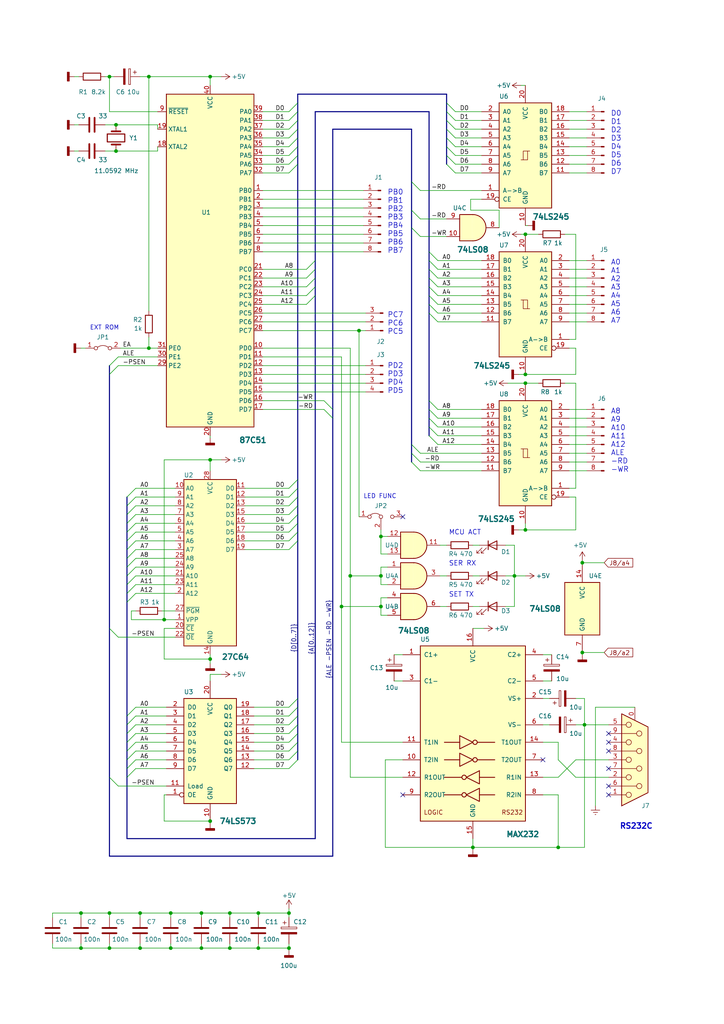
<source format=kicad_sch>
(kicad_sch (version 20211123) (generator eeschema)
  (paper "A4" portrait)
  (title_block (title "Control and communication card") (date "2026-02-16") (rev "1.0") (company "Pozsar Zsolt") (comment 1 "PEIX External interface box"))
  (junction (at 110.49 167.005))
  (junction (at 47.625 179.705))
  (junction (at 43.18 100.965))
  (junction (at 40.64 274.955))
  (junction (at 104.14 95.885))
  (junction (at 33.655 43.815))
  (junction (at 60.96 191.135))
  (junction (at 23.495 274.955))
  (junction (at 40.64 264.795))
  (junction (at 169.545 210.185))
  (junction (at 137.16 245.745))
  (junction (at 31.75 274.955))
  (junction (at 83.82 264.795))
  (junction (at 168.91 189.23))
  (junction (at 152.4 111.125))
  (junction (at 152.4 108.585))
  (junction (at 60.96 133.35))
  (junction (at 168.91 163.195))
  (junction (at 152.4 67.945))
  (junction (at 33.655 36.195))
  (junction (at 60.96 238.125))
  (junction (at 66.675 264.795))
  (junction (at 49.53 264.795))
  (junction (at 58.42 264.795))
  (junction (at 74.93 264.795))
  (junction (at 43.18 22.225))
  (junction (at 23.495 264.795))
  (junction (at 60.96 22.225))
  (junction (at 149.225 167.005))
  (junction (at 110.49 155.575))
  (junction (at 110.49 175.895))
  (junction (at 74.93 274.955))
  (junction (at 58.42 274.955))
  (junction (at 31.75 264.795))
  (junction (at 152.4 153.67))
  (junction (at 31.75 22.225))
  (junction (at 101.6 167.005))
  (junction (at 83.82 274.955))
  (junction (at 49.53 274.955))
  (junction (at 161.925 245.745))
  (junction (at 99.06 175.895))
  (junction (at 66.675 274.955))
  (no_connect (at 157.48 220.345))
  (no_connect (at 176.53 212.725))
  (no_connect (at 176.53 227.965))
  (no_connect (at 176.53 215.265))
  (no_connect (at 116.84 149.86))
  (no_connect (at 176.53 217.805))
  (no_connect (at 176.53 222.885))
  (no_connect (at 116.84 230.505))
  (no_connect (at 176.53 230.505))
  (bus_entry (at 36.83 212.725) (size 2.54 -2.54))
  (bus_entry (at 36.83 156.845) (size 2.54 -2.54))
  (bus_entry (at 129.54 29.845) (size 2.54 2.54))
  (bus_entry (at 36.83 154.305) (size 2.54 -2.54))
  (bus_entry (at 91.44 85.725) (size -2.54 2.54))
  (bus_entry (at 129.54 45.085) (size 2.54 2.54))
  (bus_entry (at 36.83 220.345) (size 2.54 -2.54))
  (bus_entry (at 91.44 80.645) (size -2.54 2.54))
  (bus_entry (at 121.92 133.985) (size -2.54 -2.54))
  (bus_entry (at 121.92 136.525) (size -2.54 -2.54))
  (bus_entry (at 129.54 34.925) (size 2.54 2.54))
  (bus_entry (at 36.83 151.765) (size 2.54 -2.54))
  (bus_entry (at 124.46 118.745) (size 2.54 2.54))
  (bus_entry (at 129.54 37.465) (size 2.54 2.54))
  (bus_entry (at 124.46 85.725) (size 2.54 2.54))
  (bus_entry (at 36.83 222.885) (size 2.54 -2.54))
  (bus_entry (at 83.82 146.685) (size 2.54 -2.54))
  (bus_entry (at 83.82 222.885) (size 2.54 -2.54))
  (bus_entry (at 91.44 83.185) (size -2.54 2.54))
  (bus_entry (at 124.46 78.105) (size 2.54 2.54))
  (bus_entry (at 121.92 131.445) (size -2.54 -2.54))
  (bus_entry (at 86.36 37.465) (size -2.54 2.54))
  (bus_entry (at 83.82 207.645) (size 2.54 -2.54))
  (bus_entry (at 83.82 220.345) (size 2.54 -2.54))
  (bus_entry (at 86.36 34.925) (size -2.54 2.54))
  (bus_entry (at 86.36 45.085) (size -2.54 2.54))
  (bus_entry (at 91.44 75.565) (size -2.54 2.54))
  (bus_entry (at 124.46 83.185) (size 2.54 2.54))
  (bus_entry (at 83.82 144.145) (size 2.54 -2.54))
  (bus_entry (at 119.38 52.705) (size 2.54 2.54))
  (bus_entry (at 129.54 32.385) (size 2.54 2.54))
  (bus_entry (at 124.46 123.825) (size 2.54 2.54))
  (bus_entry (at 86.36 42.545) (size -2.54 2.54))
  (bus_entry (at 124.46 80.645) (size 2.54 2.54))
  (bus_entry (at 36.83 210.185) (size 2.54 -2.54))
  (bus_entry (at 36.83 144.145) (size 2.54 -2.54))
  (bus_entry (at 83.82 159.385) (size 2.54 -2.54))
  (bus_entry (at 83.82 151.765) (size 2.54 -2.54))
  (bus_entry (at 124.46 90.805) (size 2.54 2.54))
  (bus_entry (at 86.36 47.625) (size -2.54 2.54))
  (bus_entry (at 124.46 126.365) (size 2.54 2.54))
  (bus_entry (at 124.46 88.265) (size 2.54 2.54))
  (bus_entry (at 129.54 42.545) (size 2.54 2.54))
  (bus_entry (at 124.46 73.025) (size 2.54 2.54))
  (bus_entry (at 119.38 60.96) (size 2.54 2.54))
  (bus_entry (at 129.54 40.005) (size 2.54 2.54))
  (bus_entry (at 86.36 29.845) (size -2.54 2.54))
  (bus_entry (at 83.82 210.185) (size 2.54 -2.54))
  (bus_entry (at 34.29 227.965) (size -2.54 -2.54))
  (bus_entry (at 36.83 169.545) (size 2.54 -2.54))
  (bus_entry (at 93.98 118.745) (size 2.54 2.54))
  (bus_entry (at 91.44 78.105) (size -2.54 2.54))
  (bus_entry (at 36.83 149.225) (size 2.54 -2.54))
  (bus_entry (at 83.82 215.265) (size 2.54 -2.54))
  (bus_entry (at 83.82 154.305) (size 2.54 -2.54))
  (bus_entry (at 36.83 172.085) (size 2.54 -2.54))
  (bus_entry (at 83.82 212.725) (size 2.54 -2.54))
  (bus_entry (at 34.29 106.045) (size -2.54 2.54))
  (bus_entry (at 36.83 174.625) (size 2.54 -2.54))
  (bus_entry (at 83.82 205.105) (size 2.54 -2.54))
  (bus_entry (at 36.83 215.265) (size 2.54 -2.54))
  (bus_entry (at 86.36 40.005) (size -2.54 2.54))
  (bus_entry (at 124.46 116.205) (size 2.54 2.54))
  (bus_entry (at 129.54 47.625) (size 2.54 2.54))
  (bus_entry (at 34.29 184.785) (size -2.54 -2.54))
  (bus_entry (at 36.83 225.425) (size 2.54 -2.54))
  (bus_entry (at 36.83 159.385) (size 2.54 -2.54))
  (bus_entry (at 36.83 207.645) (size 2.54 -2.54))
  (bus_entry (at 119.38 66.04) (size 2.54 2.54))
  (bus_entry (at 83.82 149.225) (size 2.54 -2.54))
  (bus_entry (at 36.83 146.685) (size 2.54 -2.54))
  (bus_entry (at 83.82 156.845) (size 2.54 -2.54))
  (bus_entry (at 124.46 75.565) (size 2.54 2.54))
  (bus_entry (at 36.83 167.005) (size 2.54 -2.54))
  (bus_entry (at 36.83 161.925) (size 2.54 -2.54))
  (bus_entry (at 86.36 32.385) (size -2.54 2.54))
  (bus_entry (at 34.29 103.505) (size -2.54 2.54))
  (bus_entry (at 36.83 164.465) (size 2.54 -2.54))
  (bus_entry (at 124.46 121.285) (size 2.54 2.54))
  (bus_entry (at 93.98 116.205) (size 2.54 2.54))
  (bus_entry (at 83.82 141.605) (size 2.54 -2.54))
  (bus_entry (at 36.83 217.805) (size 2.54 -2.54))
  (bus_entry (at 83.82 217.805) (size 2.54 -2.54))
  (bus (pts (xy 86.36 144.145) (xy 86.36 146.685)))
  (wire (pts (xy 165.1 90.805) (xy 170.18 90.805)))
  (wire (pts (xy 149.225 158.115) (xy 149.225 167.005)))
  (wire (pts (xy 165.1 136.525) (xy 170.18 136.525)))
  (wire (pts (xy 167.005 153.67) (xy 152.4 153.67)))
  (wire (pts (xy 76.2 113.665) (xy 106.045 113.665)))
  (wire (pts (xy 23.495 274.955) (xy 31.75 274.955)))
  (bus (pts (xy 124.46 118.745) (xy 124.46 121.285)))
  (wire (pts (xy 31.75 22.225) (xy 33.02 22.225)))
  (wire (pts (xy 139.7 93.345) (xy 127 93.345)))
  (wire (pts (xy 139.7 50.165) (xy 132.08 50.165)))
  (wire (pts (xy 157.48 197.485) (xy 160.02 197.485)))
  (wire (pts (xy 45.72 32.385) (xy 31.75 32.385)))
  (wire (pts (xy 71.12 141.605) (xy 83.82 141.605)))
  (wire (pts (xy 76.2 42.545) (xy 83.82 42.545)))
  (wire (pts (xy 60.96 22.225) (xy 60.96 24.765)))
  (bus (pts (xy 124.46 78.105) (xy 124.46 80.645)))
  (wire (pts (xy 139.7 90.805) (xy 127 90.805)))
  (wire (pts (xy 74.93 273.685) (xy 74.93 274.955)))
  (wire (pts (xy 76.2 85.725) (xy 88.9 85.725)))
  (wire (pts (xy 99.06 103.505) (xy 99.06 175.895)))
  (wire (pts (xy 48.26 212.725) (xy 39.37 212.725)))
  (wire (pts (xy 34.925 100.965) (xy 43.18 100.965)))
  (wire (pts (xy 110.49 153.67) (xy 110.49 155.575)))
  (wire (pts (xy 157.48 230.505) (xy 161.925 230.505)))
  (wire (pts (xy 137.16 245.745) (xy 111.76 245.745)))
  (wire (pts (xy 110.49 164.465) (xy 112.395 164.465)))
  (wire (pts (xy 121.92 131.445) (xy 139.7 131.445)))
  (wire (pts (xy 152.4 167.005) (xy 149.225 167.005)))
  (bus (pts (xy 86.36 149.225) (xy 86.36 151.765)))
  (bus (pts (xy 36.83 172.085) (xy 36.83 169.545)))
  (bus (pts (xy 86.36 139.065) (xy 86.36 141.605)))
  (wire (pts (xy 76.2 50.165) (xy 83.82 50.165)))
  (wire (pts (xy 111.76 245.745) (xy 111.76 220.345)))
  (wire (pts (xy 23.495 273.685) (xy 23.495 274.955)))
  (wire (pts (xy 112.395 178.435) (xy 110.49 178.435)))
  (wire (pts (xy 161.925 225.425) (xy 157.48 225.425)))
  (wire (pts (xy 157.48 215.265) (xy 161.925 215.265)))
  (wire (pts (xy 43.18 97.79) (xy 43.18 100.965)))
  (wire (pts (xy 48.26 220.345) (xy 39.37 220.345)))
  (wire (pts (xy 50.8 159.385) (xy 39.37 159.385)))
  (wire (pts (xy 76.2 111.125) (xy 106.045 111.125)))
  (wire (pts (xy 140.335 182.245) (xy 137.16 182.245)))
  (wire (pts (xy 101.6 167.005) (xy 101.6 100.965)))
  (wire (pts (xy 76.2 65.405) (xy 105.41 65.405)))
  (wire (pts (xy 21.59 22.225) (xy 22.86 22.225)))
  (wire (pts (xy 139.7 78.105) (xy 127 78.105)))
  (wire (pts (xy 76.2 47.625) (xy 83.82 47.625)))
  (bus (pts (xy 91.44 80.645) (xy 91.44 83.185)))
  (wire (pts (xy 110.49 169.545) (xy 110.49 167.005)))
  (wire (pts (xy 15.24 273.685) (xy 15.24 274.955)))
  (wire (pts (xy 139.7 37.465) (xy 132.08 37.465)))
  (bus (pts (xy 86.36 146.685) (xy 86.36 149.225)))
  (wire (pts (xy 49.53 273.685) (xy 49.53 274.955)))
  (wire (pts (xy 137.16 245.745) (xy 137.16 246.38)))
  (bus (pts (xy 129.54 32.385) (xy 129.54 34.925)))
  (wire (pts (xy 73.66 222.885) (xy 83.82 222.885)))
  (wire (pts (xy 104.14 95.885) (xy 104.14 149.86)))
  (wire (pts (xy 76.2 90.805) (xy 106.045 90.805)))
  (wire (pts (xy 121.92 68.58) (xy 129.54 68.58)))
  (bus (pts (xy 31.75 108.585) (xy 31.75 182.245)))
  (wire (pts (xy 76.2 45.085) (xy 83.82 45.085)))
  (bus (pts (xy 36.83 146.685) (xy 36.83 144.145)))
  (wire (pts (xy 50.8 151.765) (xy 39.37 151.765)))
  (bus (pts (xy 129.54 29.845) (xy 129.54 32.385)))
  (wire (pts (xy 165.1 85.725) (xy 170.18 85.725)))
  (wire (pts (xy 147.32 111.125) (xy 152.4 111.125)))
  (wire (pts (xy 151.13 24.765) (xy 152.4 24.765)))
  (bus (pts (xy 124.46 121.285) (xy 124.46 123.825)))
  (wire (pts (xy 47.625 179.705) (xy 47.625 133.35)))
  (wire (pts (xy 60.96 126.365) (xy 60.96 127)))
  (bus (pts (xy 36.83 159.385) (xy 36.83 156.845)))
  (bus (pts (xy 124.46 75.565) (xy 124.46 78.105)))
  (wire (pts (xy 76.2 67.945) (xy 105.41 67.945)))
  (wire (pts (xy 49.53 264.795) (xy 49.53 266.065)))
  (wire (pts (xy 31.75 273.685) (xy 31.75 274.955)))
  (wire (pts (xy 165.1 42.545) (xy 170.18 42.545)))
  (wire (pts (xy 110.49 155.575) (xy 112.395 155.575)))
  (wire (pts (xy 168.91 163.195) (xy 175.26 163.195)))
  (wire (pts (xy 152.4 153.67) (xy 150.495 153.67)))
  (wire (pts (xy 165.1 121.285) (xy 170.18 121.285)))
  (wire (pts (xy 66.675 264.795) (xy 66.675 266.065)))
  (wire (pts (xy 74.93 264.795) (xy 74.93 266.065)))
  (wire (pts (xy 176.53 220.345) (xy 167.005 220.345)))
  (bus (pts (xy 86.36 154.305) (xy 86.36 156.845)))
  (bus (pts (xy 36.83 225.425) (xy 36.83 243.205)))
  (wire (pts (xy 33.655 43.815) (xy 30.48 43.815)))
  (bus (pts (xy 86.36 156.845) (xy 86.36 202.565)))
  (wire (pts (xy 50.8 184.785) (xy 34.29 184.785)))
  (wire (pts (xy 152.4 65.405) (xy 153.035 65.405)))
  (wire (pts (xy 149.225 167.005) (xy 149.225 175.895)))
  (wire (pts (xy 165.1 118.745) (xy 170.18 118.745)))
  (wire (pts (xy 165.1 78.105) (xy 170.18 78.105)))
  (wire (pts (xy 30.48 36.195) (xy 33.655 36.195)))
  (bus (pts (xy 124.46 83.185) (xy 124.46 85.725)))
  (wire (pts (xy 47.625 133.35) (xy 60.96 133.35)))
  (wire (pts (xy 167.005 220.345) (xy 161.925 225.425)))
  (wire (pts (xy 139.7 80.645) (xy 127 80.645)))
  (wire (pts (xy 144.78 66.04) (xy 144.78 60.96)))
  (wire (pts (xy 83.82 264.795) (xy 74.93 264.795)))
  (wire (pts (xy 139.7 88.265) (xy 127 88.265)))
  (wire (pts (xy 76.2 34.925) (xy 83.82 34.925)))
  (wire (pts (xy 71.12 151.765) (xy 83.82 151.765)))
  (bus (pts (xy 31.75 182.245) (xy 31.75 225.425)))
  (bus (pts (xy 86.36 40.005) (xy 86.36 42.545)))
  (bus (pts (xy 36.83 210.185) (xy 36.83 207.645)))
  (bus (pts (xy 86.36 202.565) (xy 86.36 205.105)))
  (wire (pts (xy 71.12 154.305) (xy 83.82 154.305)))
  (bus (pts (xy 129.54 27.305) (xy 129.54 29.845)))
  (bus (pts (xy 124.46 80.645) (xy 124.46 83.185)))
  (wire (pts (xy 110.49 173.355) (xy 112.395 173.355)))
  (wire (pts (xy 40.64 264.795) (xy 31.75 264.795)))
  (wire (pts (xy 139.7 42.545) (xy 132.08 42.545)))
  (wire (pts (xy 76.2 78.105) (xy 88.9 78.105)))
  (bus (pts (xy 129.54 40.005) (xy 129.54 42.545)))
  (bus (pts (xy 36.83 169.545) (xy 36.83 167.005)))
  (wire (pts (xy 139.7 121.285) (xy 127 121.285)))
  (bus (pts (xy 96.52 248.285) (xy 31.75 248.285)))
  (bus (pts (xy 119.38 128.905) (xy 119.38 131.445)))
  (wire (pts (xy 165.1 50.165) (xy 170.18 50.165)))
  (wire (pts (xy 144.78 60.96) (xy 136.525 60.96)))
  (wire (pts (xy 50.8 149.225) (xy 39.37 149.225)))
  (wire (pts (xy 161.925 215.265) (xy 161.925 220.345)))
  (wire (pts (xy 66.675 273.685) (xy 66.675 274.955)))
  (wire (pts (xy 139.7 40.005) (xy 132.08 40.005)))
  (wire (pts (xy 157.48 202.565) (xy 159.385 202.565)))
  (wire (pts (xy 169.545 210.185) (xy 169.545 245.745)))
  (wire (pts (xy 172.72 205.105) (xy 184.15 205.105)))
  (wire (pts (xy 101.6 225.425) (xy 101.6 167.005)))
  (wire (pts (xy 139.7 34.925) (xy 132.08 34.925)))
  (wire (pts (xy 110.49 167.005) (xy 110.49 164.465)))
  (wire (pts (xy 76.2 60.325) (xy 105.41 60.325)))
  (wire (pts (xy 21.59 43.815) (xy 22.86 43.815)))
  (wire (pts (xy 136.525 57.785) (xy 136.525 60.96)))
  (wire (pts (xy 137.16 158.115) (xy 139.065 158.115)))
  (wire (pts (xy 83.82 264.795) (xy 83.82 266.065)))
  (wire (pts (xy 167.005 225.425) (xy 176.53 225.425)))
  (wire (pts (xy 50.8 172.085) (xy 39.37 172.085)))
  (wire (pts (xy 161.925 230.505) (xy 161.925 245.745)))
  (wire (pts (xy 168.91 189.23) (xy 175.26 189.23)))
  (wire (pts (xy 76.2 80.645) (xy 88.9 80.645)))
  (bus (pts (xy 36.83 217.805) (xy 36.83 215.265)))
  (bus (pts (xy 36.83 161.925) (xy 36.83 159.385)))
  (wire (pts (xy 60.96 238.125) (xy 47.625 238.125)))
  (wire (pts (xy 99.06 215.265) (xy 116.84 215.265)))
  (wire (pts (xy 167.005 100.965) (xy 165.1 100.965)))
  (bus (pts (xy 36.83 212.725) (xy 36.83 215.265)))
  (wire (pts (xy 76.2 62.865) (xy 105.41 62.865)))
  (wire (pts (xy 116.84 225.425) (xy 101.6 225.425)))
  (wire (pts (xy 49.53 274.955) (xy 58.42 274.955)))
  (wire (pts (xy 73.66 215.265) (xy 83.82 215.265)))
  (wire (pts (xy 45.72 106.045) (xy 34.29 106.045)))
  (bus (pts (xy 86.36 29.845) (xy 86.36 32.385)))
  (wire (pts (xy 139.7 75.565) (xy 127 75.565)))
  (bus (pts (xy 124.46 73.025) (xy 124.46 32.385)))
  (wire (pts (xy 167.005 67.945) (xy 167.005 98.425)))
  (wire (pts (xy 45.72 43.815) (xy 33.655 43.815)))
  (wire (pts (xy 165.1 83.185) (xy 170.18 83.185)))
  (wire (pts (xy 168.91 163.195) (xy 168.91 163.83)))
  (wire (pts (xy 60.96 238.125) (xy 60.96 238.76)))
  (wire (pts (xy 15.24 264.795) (xy 23.495 264.795)))
  (bus (pts (xy 119.38 131.445) (xy 119.38 133.985)))
  (wire (pts (xy 40.64 273.685) (xy 40.64 274.955)))
  (wire (pts (xy 47.625 191.135) (xy 47.625 182.245)))
  (wire (pts (xy 60.96 133.35) (xy 64.135 133.35)))
  (wire (pts (xy 139.7 118.745) (xy 127 118.745)))
  (wire (pts (xy 165.1 32.385) (xy 170.18 32.385)))
  (bus (pts (xy 91.44 75.565) (xy 91.44 78.105)))
  (wire (pts (xy 74.93 264.795) (xy 66.675 264.795)))
  (wire (pts (xy 114.3 189.865) (xy 116.84 189.865)))
  (wire (pts (xy 46.99 177.165) (xy 50.8 177.165)))
  (wire (pts (xy 71.12 146.685) (xy 83.82 146.685)))
  (wire (pts (xy 48.26 210.185) (xy 39.37 210.185)))
  (wire (pts (xy 43.18 100.965) (xy 45.72 100.965)))
  (bus (pts (xy 36.83 151.765) (xy 36.83 149.225)))
  (bus (pts (xy 129.54 37.465) (xy 129.54 40.005)))
  (bus (pts (xy 86.36 47.625) (xy 86.36 139.065)))
  (wire (pts (xy 58.42 264.795) (xy 58.42 266.065)))
  (bus (pts (xy 36.83 220.345) (xy 36.83 217.805)))
  (wire (pts (xy 139.7 128.905) (xy 127 128.905)))
  (wire (pts (xy 139.7 83.185) (xy 127 83.185)))
  (wire (pts (xy 34.29 227.965) (xy 48.26 227.965)))
  (wire (pts (xy 136.525 57.785) (xy 139.7 57.785)))
  (wire (pts (xy 76.2 116.205) (xy 93.98 116.205)))
  (wire (pts (xy 163.83 67.945) (xy 167.005 67.945)))
  (wire (pts (xy 167.005 111.125) (xy 167.005 141.605)))
  (wire (pts (xy 121.92 136.525) (xy 139.7 136.525)))
  (bus (pts (xy 36.83 167.005) (xy 36.83 164.465)))
  (wire (pts (xy 60.96 195.58) (xy 60.96 197.485)))
  (wire (pts (xy 40.64 274.955) (xy 49.53 274.955)))
  (wire (pts (xy 60.96 133.35) (xy 60.96 136.525)))
  (wire (pts (xy 165.1 40.005) (xy 170.18 40.005)))
  (wire (pts (xy 121.92 133.985) (xy 139.7 133.985)))
  (bus (pts (xy 31.75 225.425) (xy 31.75 248.285)))
  (wire (pts (xy 45.72 103.505) (xy 34.29 103.505)))
  (wire (pts (xy 165.1 37.465) (xy 170.18 37.465)))
  (bus (pts (xy 36.83 222.885) (xy 36.83 220.345)))
  (wire (pts (xy 76.2 32.385) (xy 83.82 32.385)))
  (bus (pts (xy 129.54 42.545) (xy 129.54 45.085)))
  (bus (pts (xy 86.36 29.845) (xy 86.36 27.305)))
  (bus (pts (xy 31.75 106.045) (xy 31.75 108.585)))
  (wire (pts (xy 60.96 191.135) (xy 47.625 191.135)))
  (wire (pts (xy 71.12 149.225) (xy 83.82 149.225)))
  (wire (pts (xy 139.7 126.365) (xy 127 126.365)))
  (wire (pts (xy 101.6 167.005) (xy 110.49 167.005)))
  (wire (pts (xy 73.66 205.105) (xy 83.82 205.105)))
  (wire (pts (xy 58.42 273.685) (xy 58.42 274.955)))
  (wire (pts (xy 50.8 164.465) (xy 39.37 164.465)))
  (wire (pts (xy 76.2 40.005) (xy 83.82 40.005)))
  (wire (pts (xy 161.925 220.345) (xy 167.005 225.425)))
  (wire (pts (xy 66.675 264.795) (xy 58.42 264.795)))
  (wire (pts (xy 23.495 264.795) (xy 23.495 266.065)))
  (wire (pts (xy 71.12 159.385) (xy 83.82 159.385)))
  (wire (pts (xy 149.225 175.895) (xy 146.685 175.895)))
  (wire (pts (xy 50.8 161.925) (xy 39.37 161.925)))
  (wire (pts (xy 152.4 67.945) (xy 156.21 67.945)))
  (bus (pts (xy 91.44 32.385) (xy 91.44 75.565)))
  (wire (pts (xy 76.2 118.745) (xy 93.98 118.745)))
  (wire (pts (xy 152.4 153.67) (xy 152.4 151.765)))
  (wire (pts (xy 31.75 264.795) (xy 31.75 266.065)))
  (wire (pts (xy 15.24 264.795) (xy 15.24 266.065)))
  (wire (pts (xy 139.7 45.085) (xy 132.08 45.085)))
  (wire (pts (xy 31.75 274.955) (xy 40.64 274.955)))
  (wire (pts (xy 121.92 63.5) (xy 129.54 63.5)))
  (wire (pts (xy 152.4 111.125) (xy 156.21 111.125)))
  (wire (pts (xy 110.49 178.435) (xy 110.49 175.895)))
  (bus (pts (xy 36.83 172.085) (xy 36.83 174.625)))
  (wire (pts (xy 76.2 70.485) (xy 105.41 70.485)))
  (wire (pts (xy 157.48 189.865) (xy 160.02 189.865)))
  (wire (pts (xy 50.8 154.305) (xy 39.37 154.305)))
  (wire (pts (xy 165.1 88.265) (xy 170.18 88.265)))
  (bus (pts (xy 86.36 34.925) (xy 86.36 37.465)))
  (wire (pts (xy 83.82 263.525) (xy 83.82 264.795)))
  (wire (pts (xy 101.6 100.965) (xy 76.2 100.965)))
  (wire (pts (xy 167.005 141.605) (xy 165.1 141.605)))
  (wire (pts (xy 172.72 233.68) (xy 172.72 205.105)))
  (bus (pts (xy 124.46 123.825) (xy 124.46 126.365)))
  (wire (pts (xy 50.8 141.605) (xy 39.37 141.605)))
  (bus (pts (xy 36.83 174.625) (xy 36.83 207.645)))
  (wire (pts (xy 74.93 274.955) (xy 83.82 274.955)))
  (wire (pts (xy 50.8 179.705) (xy 47.625 179.705)))
  (bus (pts (xy 36.83 212.725) (xy 36.83 210.185)))
  (wire (pts (xy 165.1 131.445) (xy 170.18 131.445)))
  (bus (pts (xy 36.83 149.225) (xy 36.83 146.685)))
  (wire (pts (xy 111.76 220.345) (xy 116.84 220.345)))
  (wire (pts (xy 127.635 167.005) (xy 129.54 167.005)))
  (wire (pts (xy 163.83 111.125) (xy 167.005 111.125)))
  (wire (pts (xy 110.49 175.895) (xy 110.49 173.355)))
  (bus (pts (xy 96.52 37.465) (xy 96.52 118.745)))
  (bus (pts (xy 86.36 42.545) (xy 86.36 45.085)))
  (wire (pts (xy 169.545 202.565) (xy 169.545 210.185)))
  (bus (pts (xy 86.36 217.805) (xy 86.36 220.345)))
  (bus (pts (xy 124.46 85.725) (xy 124.46 88.265)))
  (wire (pts (xy 165.1 126.365) (xy 170.18 126.365)))
  (bus (pts (xy 91.44 243.205) (xy 36.83 243.205)))
  (wire (pts (xy 49.53 264.795) (xy 40.64 264.795)))
  (wire (pts (xy 137.16 243.205) (xy 137.16 245.745)))
  (bus (pts (xy 91.44 78.105) (xy 91.44 80.645)))
  (bus (pts (xy 96.52 37.465) (xy 119.38 37.465)))
  (wire (pts (xy 167.005 144.145) (xy 167.005 153.67)))
  (wire (pts (xy 43.18 22.225) (xy 60.96 22.225)))
  (wire (pts (xy 104.14 95.885) (xy 106.045 95.885)))
  (bus (pts (xy 86.36 27.305) (xy 129.54 27.305)))
  (bus (pts (xy 129.54 34.925) (xy 129.54 37.465)))
  (wire (pts (xy 137.16 175.895) (xy 139.065 175.895)))
  (wire (pts (xy 76.2 106.045) (xy 106.045 106.045)))
  (bus (pts (xy 124.46 73.025) (xy 124.46 75.565)))
  (wire (pts (xy 50.8 167.005) (xy 39.37 167.005)))
  (wire (pts (xy 50.8 156.845) (xy 39.37 156.845)))
  (wire (pts (xy 38.1 179.705) (xy 47.625 179.705)))
  (wire (pts (xy 58.42 264.795) (xy 49.53 264.795)))
  (wire (pts (xy 76.2 108.585) (xy 106.045 108.585)))
  (wire (pts (xy 58.42 274.955) (xy 66.675 274.955)))
  (wire (pts (xy 139.7 32.385) (xy 132.08 32.385)))
  (wire (pts (xy 40.64 264.795) (xy 40.64 266.065)))
  (wire (pts (xy 48.26 215.265) (xy 39.37 215.265)))
  (bus (pts (xy 86.36 141.605) (xy 86.36 144.145)))
  (wire (pts (xy 137.16 167.005) (xy 139.065 167.005)))
  (wire (pts (xy 15.24 274.955) (xy 23.495 274.955)))
  (wire (pts (xy 146.685 158.115) (xy 149.225 158.115)))
  (bus (pts (xy 119.38 52.705) (xy 119.38 60.96)))
  (wire (pts (xy 47.625 230.505) (xy 48.26 230.505)))
  (wire (pts (xy 152.4 108.585) (xy 167.005 108.585)))
  (bus (pts (xy 91.44 83.185) (xy 91.44 85.725)))
  (bus (pts (xy 119.38 37.465) (xy 119.38 52.705)))
  (wire (pts (xy 165.1 34.925) (xy 170.18 34.925)))
  (bus (pts (xy 96.52 118.745) (xy 96.52 121.285)))
  (wire (pts (xy 127.635 158.115) (xy 129.54 158.115)))
  (bus (pts (xy 86.36 207.645) (xy 86.36 210.185)))
  (wire (pts (xy 47.625 182.245) (xy 50.8 182.245)))
  (wire (pts (xy 64.135 195.58) (xy 60.96 195.58)))
  (bus (pts (xy 124.46 90.805) (xy 124.46 116.205)))
  (bus (pts (xy 129.54 45.085) (xy 129.54 47.625)))
  (wire (pts (xy 112.395 160.655) (xy 110.49 160.655)))
  (wire (pts (xy 71.12 156.845) (xy 83.82 156.845)))
  (wire (pts (xy 33.655 36.195) (xy 45.72 36.195)))
  (wire (pts (xy 76.2 95.885) (xy 104.14 95.885)))
  (bus (pts (xy 119.38 66.04) (xy 119.38 128.905)))
  (wire (pts (xy 150.495 108.585) (xy 152.4 108.585)))
  (wire (pts (xy 83.82 274.955) (xy 83.82 275.59)))
  (bus (pts (xy 86.36 45.085) (xy 86.36 47.625)))
  (wire (pts (xy 76.2 83.185) (xy 88.9 83.185)))
  (wire (pts (xy 165.1 133.985) (xy 170.18 133.985)))
  (wire (pts (xy 165.1 45.085) (xy 170.18 45.085)))
  (wire (pts (xy 168.91 162.56) (xy 168.91 163.195)))
  (wire (pts (xy 73.66 212.725) (xy 83.82 212.725)))
  (bus (pts (xy 86.36 37.465) (xy 86.36 40.005)))
  (wire (pts (xy 139.7 47.625) (xy 132.08 47.625)))
  (bus (pts (xy 86.36 215.265) (xy 86.36 217.805)))
  (bus (pts (xy 36.83 156.845) (xy 36.83 154.305)))
  (wire (pts (xy 40.64 22.225) (xy 43.18 22.225)))
  (wire (pts (xy 165.1 75.565) (xy 170.18 75.565)))
  (wire (pts (xy 99.06 175.895) (xy 110.49 175.895)))
  (wire (pts (xy 21.59 36.195) (xy 22.86 36.195)))
  (wire (pts (xy 50.8 144.145) (xy 39.37 144.145)))
  (wire (pts (xy 169.545 210.185) (xy 176.53 210.185)))
  (wire (pts (xy 45.72 36.195) (xy 45.72 37.465)))
  (bus (pts (xy 36.83 154.305) (xy 36.83 151.765)))
  (bus (pts (xy 124.46 116.205) (xy 124.46 118.745)))
  (wire (pts (xy 139.7 123.825) (xy 127 123.825)))
  (wire (pts (xy 23.495 264.795) (xy 31.75 264.795)))
  (wire (pts (xy 76.2 37.465) (xy 83.82 37.465)))
  (wire (pts (xy 31.75 32.385) (xy 31.75 22.225)))
  (bus (pts (xy 86.36 151.765) (xy 86.36 154.305)))
  (wire (pts (xy 165.1 123.825) (xy 170.18 123.825)))
  (bus (pts (xy 86.36 205.105) (xy 86.36 207.645)))
  (wire (pts (xy 127.635 175.895) (xy 129.54 175.895)))
  (wire (pts (xy 139.7 85.725) (xy 127 85.725)))
  (bus (pts (xy 119.38 60.96) (xy 119.38 66.04)))
  (wire (pts (xy 76.2 88.265) (xy 88.9 88.265)))
  (wire (pts (xy 165.1 47.625) (xy 170.18 47.625)))
  (bus (pts (xy 86.36 210.185) (xy 86.36 212.725)))
  (wire (pts (xy 48.26 205.105) (xy 39.37 205.105)))
  (wire (pts (xy 114.3 197.485) (xy 116.84 197.485)))
  (wire (pts (xy 169.545 245.745) (xy 161.925 245.745)))
  (wire (pts (xy 60.96 191.135) (xy 60.96 192.405)))
  (wire (pts (xy 60.96 189.865) (xy 60.96 191.135)))
  (bus (pts (xy 86.36 212.725) (xy 86.36 215.265)))
  (wire (pts (xy 64.135 22.225) (xy 60.96 22.225)))
  (wire (pts (xy 76.2 57.785) (xy 105.41 57.785)))
  (wire (pts (xy 39.37 177.165) (xy 38.1 177.165)))
  (wire (pts (xy 167.005 144.145) (xy 165.1 144.145)))
  (wire (pts (xy 50.8 169.545) (xy 39.37 169.545)))
  (wire (pts (xy 71.12 144.145) (xy 83.82 144.145)))
  (wire (pts (xy 112.395 169.545) (xy 110.49 169.545)))
  (wire (pts (xy 161.925 245.745) (xy 137.16 245.745)))
  (wire (pts (xy 47.625 238.125) (xy 47.625 230.505)))
  (wire (pts (xy 43.18 90.17) (xy 43.18 22.225)))
  (wire (pts (xy 165.1 128.905) (xy 170.18 128.905)))
  (wire (pts (xy 48.26 222.885) (xy 39.37 222.885)))
  (wire (pts (xy 110.49 155.575) (xy 110.49 160.655)))
  (wire (pts (xy 157.48 210.185) (xy 159.385 210.185)))
  (bus (pts (xy 124.46 88.265) (xy 124.46 90.805)))
  (wire (pts (xy 76.2 103.505) (xy 99.06 103.505)))
  (wire (pts (xy 73.66 220.345) (xy 83.82 220.345)))
  (wire (pts (xy 73.66 217.805) (xy 83.82 217.805)))
  (wire (pts (xy 151.13 67.945) (xy 152.4 67.945)))
  (wire (pts (xy 48.26 207.645) (xy 39.37 207.645)))
  (wire (pts (xy 146.685 167.005) (xy 149.225 167.005)))
  (wire (pts (xy 23.495 100.965) (xy 24.765 100.965)))
  (wire (pts (xy 168.91 189.23) (xy 168.91 189.865)))
  (bus (pts (xy 36.83 222.885) (xy 36.83 225.425)))
  (wire (pts (xy 48.26 217.805) (xy 39.37 217.805)))
  (wire (pts (xy 167.005 202.565) (xy 169.545 202.565)))
  (wire (pts (xy 31.75 22.225) (xy 30.48 22.225)))
  (wire (pts (xy 76.2 55.245) (xy 105.41 55.245)))
  (wire (pts (xy 66.675 274.955) (xy 74.93 274.955)))
  (wire (pts (xy 139.7 55.245) (xy 121.92 55.245)))
  (wire (pts (xy 76.2 93.345) (xy 106.045 93.345)))
  (wire (pts (xy 76.2 73.025) (xy 105.41 73.025)))
  (wire (pts (xy 165.1 93.345) (xy 170.18 93.345)))
  (bus (pts (xy 36.83 164.465) (xy 36.83 161.925)))
  (wire (pts (xy 83.82 273.685) (xy 83.82 274.955)))
  (bus (pts (xy 86.36 32.385) (xy 86.36 34.925)))
  (wire (pts (xy 169.545 210.185) (xy 167.005 210.185)))
  (bus (pts (xy 124.46 32.385) (xy 91.44 32.385)))
  (wire (pts (xy 167.005 98.425) (xy 165.1 98.425)))
  (wire (pts (xy 167.005 100.965) (xy 167.005 108.585)))
  (wire (pts (xy 50.8 146.685) (xy 39.37 146.685)))
  (wire (pts (xy 165.1 80.645) (xy 170.18 80.645)))
  (wire (pts (xy 99.06 175.895) (xy 99.06 215.265)))
  (bus (pts (xy 91.44 85.725) (xy 91.44 243.205)))
  (wire (pts (xy 73.66 210.185) (xy 83.82 210.185)))
  (bus (pts (xy 96.52 121.285) (xy 96.52 248.285)))
  (wire (pts (xy 45.72 42.545) (xy 45.72 43.815)))
  (wire (pts (xy 38.1 177.165) (xy 38.1 179.705)))
  (wire (pts (xy 73.66 207.645) (xy 83.82 207.645)))
  (text "A0\nA1\nA2\nA3\nA4\nA5\nA6\nA7" (at 177.165 93.98 0) (effects (font (size 1.5 1.5)) (justify left bottom)))
  (text "LED FUNC" (at 105.41 144.78 0) (effects (font (size 1.27 1.27)) (justify left bottom)))
  (text "PB0\nPB1\nPB2\nPB3\nPB4\nPB5\nPB6\nPB7" (at 112.395 73.66 0) (effects (font (size 1.5 1.5)) (justify left bottom)))
  (text "PC7\nPC6\nPC5" (at 112.395 97.155 0) (effects (font (size 1.5 1.5)) (justify left bottom)))
  (text "PD2\nPD3\nPD4\nPD5" (at 112.395 114.3 0) (effects (font (size 1.5 1.5)) (justify left bottom)))
  (text "A8\nA9\nA10\nA11\nA12\nALE\n-RD\n-WR\n" (at 177.165 137.16 0) (effects (font (size 1.5 1.5)) (justify left bottom)))
  (text "EXT ROM" (at 26.035 95.885 0) (effects (font (size 1.27 1.27)) (justify left bottom)))
  (text "D0\nD1\nD2\nD3\nD4\nD5\nD6\nD7" (at 177.165 50.8 0) (effects (font (size 1.5 1.5)) (justify left bottom)))
  (text "MCU ACT\n\n\n\nSER RX\n\n\n\nSET TX" (at 130.175 173.355 0) (effects (font (size 1.4 1.4)) (justify left bottom)))
  (text "RS232C" (at 179.705 240.665 0) (effects (font (size 1.6 1.6) (thickness 0.32) bold) (justify left bottom)))
  (label "D6" (at 82.55 47.625 180))
  (label "D1" (at 82.55 144.145 180))
  (label "A8" (at 85.09 78.105 180))
  (label "A3" (at 40.64 212.725 0))
  (label "D0" (at 82.55 205.105 180))
  (label "A11" (at 128.27 126.365 0))
  (label "D5" (at 82.55 217.805 180))
  (label "D5" (at 133.35 45.085 0))
  (label "A0" (at 128.27 75.565 0))
  (label "D0" (at 82.55 32.385 180))
  (label "A4" (at 40.64 151.765 0))
  (label "{D[0..7]}" (at 86.36 189.23 90))
  (label "ALE" (at 35.56 103.505 0))
  (label "A7" (at 40.64 159.385 0))
  (label "D5" (at 82.55 154.305 180))
  (label "D7" (at 82.55 222.885 180))
  (label "A10" (at 40.64 167.005 0))
  (label "D7" (at 82.55 50.165 180))
  (label "A5" (at 128.27 88.265 0))
  (label "{A[0..12]}" (at 91.44 189.865 90))
  (label "D2" (at 82.55 210.185 180))
  (label "A3" (at 40.64 149.225 0))
  (label "{ALE -PSEN -RD -WR}" (at 96.52 196.85 90))
  (label "D1" (at 82.55 34.925 180))
  (label "D4" (at 133.35 42.545 0))
  (label "D4" (at 82.55 42.545 180))
  (label "A8" (at 40.64 161.925 0))
  (label "-PSEN" (at 38.1 227.965 0))
  (label "A4" (at 128.27 85.725 0))
  (label "D5" (at 82.55 45.085 180))
  (label "A9" (at 40.64 164.465 0))
  (label "A7" (at 128.27 93.345 0))
  (label "D0" (at 82.55 141.605 180))
  (label "-RD" (at 90.805 118.745 180))
  (label "D2" (at 82.55 37.465 180))
  (label "D6" (at 82.55 220.345 180))
  (label "A12" (at 85.09 88.265 180))
  (label "A6" (at 128.27 90.805 0))
  (label "A0" (at 40.64 205.105 0))
  (label "D2" (at 82.55 146.685 180))
  (label "D7" (at 82.55 159.385 180))
  (label "D3" (at 82.55 40.005 180))
  (label "D0" (at 133.35 32.385 0))
  (label "A10" (at 85.09 83.185 180))
  (label "A1" (at 40.64 144.145 0))
  (label "A12" (at 128.27 128.905 0))
  (label "D7" (at 133.35 50.165 0))
  (label "A7" (at 40.64 222.885 0))
  (label "A9" (at 85.09 80.645 180))
  (label "D2" (at 133.35 37.465 0))
  (label "-PSEN" (at 38.1 184.785 0))
  (label "D6" (at 82.55 156.845 180))
  (label "-RD" (at 123.19 133.985 0))
  (label "EA" (at 35.56 100.965 0))
  (label "A8" (at 128.27 118.745 0))
  (label "A0" (at 40.64 141.605 0))
  (label "-RD" (at 125.095 63.5 0))
  (label "A6" (at 40.64 220.345 0))
  (label "D4" (at 82.55 215.265 180))
  (label "A4" (at 40.64 215.265 0))
  (label "-WR" (at 90.805 116.205 180))
  (label "A5" (at 40.64 154.305 0))
  (label "A1" (at 40.64 207.645 0))
  (label "A11" (at 85.09 85.725 180))
  (label "D3" (at 82.55 212.725 180))
  (label "ALE" (at 123.825 131.445 0))
  (label "A6" (at 40.64 156.845 0))
  (label "A10" (at 128.27 123.825 0))
  (label "A2" (at 40.64 146.685 0))
  (label "D4" (at 82.55 151.765 180))
  (label "A12" (at 40.64 172.085 0))
  (label "-WR" (at 125.095 68.58 0))
  (label "D3" (at 82.55 149.225 180))
  (label "D6" (at 133.35 47.625 0))
  (label "-RD" (at 125.095 55.245 0))
  (label "D1" (at 133.35 34.925 0))
  (label "D3" (at 133.35 40.005 0))
  (label "A2" (at 128.27 80.645 0))
  (label "A5" (at 40.64 217.805 0))
  (label "A1" (at 128.27 78.105 0))
  (label "D1" (at 82.55 207.645 180))
  (label "A3" (at 128.27 83.185 0))
  (label "A11" (at 40.64 169.545 0))
  (label "A2" (at 40.64 210.185 0))
  (label "-PSEN" (at 35.56 106.045 0))
  (label "-WR" (at 123.19 136.525 0))
  (label "A9" (at 128.27 121.285 0))
  (global_label "J8{slash}a2" (shape input) (at 175.26 189.23 0) (property "Intersheet References" "${INTERSHEET_REFS}" (effects hide)))
  (global_label "J8{slash}a4" (shape input) (at 175.26 163.195 0) (property "Intersheet References" "${INTERSHEET_REFS}" (effects hide)))
  (symbol (lib_id "power:GNDD") (at 21.59 22.225 270) (unit 1)
    (property "Reference" "#PWR01" (effects hide))
    (property "Value" "GNDD" (effects hide))
  )
  (symbol (lib_id "power:+5V") (at 151.13 67.945 90) (unit 1)
    (property "Reference" "#PWR019" (effects hide))
    (property "Value" "+5V" (at 146.05 67.945 90))
  )
  (symbol (lib_id "Device:C") (at 31.75 269.875 0) (mirror x) (unit 1)
    (property "Reference" "C5" (at 36.195 267.335 0) (effects (justify right)))
    (property "Value" "100n" (at 37.465 272.415 0) (effects (justify right)))
    (property "Footprint" "Capacitor_THT:C_Disc_D5.0mm_W2.5mm_P5.00mm" (effects hide))
  )
  (symbol (lib_id "power:+5V") (at 64.135 133.35 270) (mirror x) (unit 1)
    (property "Reference" "#PWR09" (effects hide))
    (property "Value" "+5V" (at 69.215 133.35 90))
  )
  (symbol (lib_id "power:GNDD") (at 21.59 36.195 270) (unit 1)
    (property "Reference" "#PWR02" (effects hide))
    (property "Value" "GNDD" (effects hide))
  )
  (symbol (lib_id "Device:C") (at 23.495 269.875 0) (mirror x) (unit 1)
    (property "Reference" "C2" (at 27.94 267.335 0) (effects (justify right)))
    (property "Value" "100n" (at 29.21 272.415 0) (effects (justify right)))
    (property "Footprint" "Capacitor_THT:C_Disc_D5.0mm_W2.5mm_P5.00mm" (effects hide))
  )
  (symbol (lib_id "power:GNDD") (at 60.96 192.405 0) (unit 1)
    (property "Reference" "#PWR06" (effects hide))
    (property "Value" "GNDD" (effects hide))
  )
  (symbol (lib_id "Device:R") (at 160.02 67.945 90) (unit 1)
    (property "Reference" "R7" (at 158.75 70.485 90))
    (property "Value" "1k" (at 161.925 70.485 90))
    (property "Footprint" "Resistor_THT:R_Axial_DIN0207_L6.3mm_D2.5mm_P2.54mm_Vertical" (effects hide))
  )
  (symbol (lib_id "power:GNDD") (at 168.91 189.865 0) (unit 1)
    (property "Reference" "#PWR024" (effects hide))
    (property "Value" "GNDD" (effects hide))
  )
  (symbol (lib_id "Device:C") (at 26.67 36.195 90) (unit 1)
    (property "Reference" "C3" (at 23.495 33.655 90))
    (property "Value" "33" (at 29.845 33.655 90))
    (property "Footprint" "Capacitor_THT:C_Disc_D5.0mm_W2.5mm_P2.50mm" (effects hide))
  )
  (symbol (lib_id "Device:LED") (at 142.875 167.005 0) (unit 1)
    (property "Reference" "D2" (at 146.685 168.91 0))
    (property "Value" "LED" (effects hide))
    (property "Footprint" "LED_SMD:LED_PLCC-2_3.4x3.0mm_KA" (effects hide))
  )
  (symbol (lib_id "Connector:Conn_01x08_Male") (at 175.26 83.185 0) (mirror y) (unit 1)
    (property "Reference" "J5" (at 173.99 72.39 0) (effects (justify right)))
    (property "Value" "Conn_01x08_Male" (effects hide))
    (property "Footprint" "Connector_PinHeader_2.54mm:PinHeader_1x08_P2.54mm_Vertical" (effects hide))
  )
  (symbol (lib_id "Connector:Conn_01x04_Male") (at 111.125 108.585 0) (mirror y) (unit 1)
    (property "Reference" "J3" (at 109.22 102.87 0) (effects (justify right)))
    (property "Value" "Conn_01x04_Male" (effects hide))
    (property "Footprint" "Connector_PinHeader_2.54mm:PinHeader_1x04_P2.54mm_Vertical" (effects hide))
  )
  (symbol (lib_id "74xx:74LS08") (at 168.91 176.53 0) (unit 5)
    (property "Reference" "U4" (at 172.72 167.005 0))
    (property "Value" "74LS08" (at 158.115 176.53 0) (effects (font (size 1.6 1.6) bold)))
    (property "Footprint" "Package_DIP:DIP-14_W7.62mm_LongPads" (effects hide))
    (property "Datasheet" "http://www.ti.com/lit/gpn/sn74LS08" (effects hide))
  )
  (symbol (lib_id "power:GNDD") (at 60.96 238.76 0) (unit 1)
    (property "Reference" "#PWR07" (effects hide))
    (property "Value" "GNDD" (effects hide))
  )
  (symbol (lib_id "Device:R") (at 133.35 167.005 270) (mirror x) (unit 1)
    (property "Reference" "R5" (at 131.445 169.545 90))
    (property "Value" "470" (at 135.255 169.545 90))
    (property "Footprint" "Resistor_THT:R_Axial_DIN0207_L6.3mm_D2.5mm_P2.54mm_Vertical" (effects hide))
  )
  (symbol (lib_id "Jumper:Jumper_3_Bridged12") (at 110.49 149.86 0) (unit 1)
    (property "Reference" "JP2" (at 110.49 146.685 0))
    (property "Value" "Jumper_3_Bridged12" (effects hide))
    (property "Footprint" "Connector_PinHeader_2.54mm:PinHeader_1x03_P2.54mm_Vertical" (effects hide))
  )
  (symbol (lib_id "Device:C") (at 66.675 269.875 0) (unit 1)
    (property "Reference" "C10" (at 68.58 267.335 0) (effects (justify left)))
    (property "Value" "100n" (at 67.945 272.415 0) (effects (justify left)))
    (property "Footprint" "Capacitor_THT:C_Disc_D5.0mm_W2.5mm_P5.00mm" (effects hide))
  )
  (symbol (lib_id "Device:R") (at 43.18 177.165 90) (unit 1)
    (property "Reference" "R3" (at 41.91 174.625 90))
    (property "Value" "1k" (at 45.085 174.625 90))
    (property "Footprint" "Resistor_THT:R_Axial_DIN0207_L6.3mm_D2.5mm_P2.54mm_Vertical" (effects hide))
  )
  (symbol (lib_id "power:GNDD") (at 137.16 246.38 0) (unit 1)
    (property "Reference" "#PWR013" (effects hide))
    (property "Value" "GNDD" (effects hide))
  )
  (symbol (lib_id "74xx:74LS573") (at 60.96 217.805 0) (unit 1)
    (property "Reference" "U3" (at 53.34 200.66 0) (effects (justify left)))
    (property "Value" "74LS573" (at 63.5 238.125 0) (effects (font (size 1.6 1.6) bold) (justify left)))
    (property "Footprint" "Package_DIP:DIP-20_W7.62mm_LongPads" (effects hide))
    (property "Datasheet" "74xx/74hc573.pdf" (effects hide))
  )
  (symbol (lib_id "Device:C_Polarized") (at 160.02 193.675 0) (unit 1)
    (property "Reference" "C14" (at 163.195 190.5 0))
    (property "Value" "10u" (at 163.195 196.85 0))
    (property "Footprint" "Capacitor_THT:CP_Radial_D5.0mm_P2.50mm" (effects hide))
  )
  (symbol (lib_id "power:+5V") (at 64.135 195.58 270) (mirror x) (unit 1)
    (property "Reference" "#PWR010" (effects hide))
    (property "Value" "+5V" (at 69.215 195.58 90))
  )
  (symbol (lib_id "power:GNDD") (at 150.495 108.585 270) (mirror x) (unit 1)
    (property "Reference" "#PWR016" (effects hide))
    (property "Value" "GNDD" (effects hide))
  )
  (symbol (lib_id "power:+5V") (at 147.32 111.125 90) (unit 1)
    (property "Reference" "#PWR015" (effects hide))
    (property "Value" "+5V" (at 142.24 111.125 90))
  )
  (symbol (lib_id "power:+5V") (at 140.335 182.245 270) (mirror x) (unit 1)
    (property "Reference" "#PWR014" (effects hide))
    (property "Value" "+5V" (at 145.415 182.245 90))
  )
  (symbol (lib_id "Device:C_Polarized") (at 36.83 22.225 270) (unit 1)
    (property "Reference" "C6" (at 34.925 26.67 90))
    (property "Value" "10u" (at 38.735 26.67 90))
    (property "Footprint" "Capacitor_THT:CP_Radial_D5.0mm_P2.50mm" (effects hide))
  )
  (symbol (lib_id "74xx:74LS08") (at 120.015 175.895 0) (unit 2)
    (property "Reference" "U4" (at 113.665 175.895 0))
    (property "Value" "74LS08" (at 120.015 182.88 0) (effects (font (size 1.6 1.6) bold)))
    (property "Footprint" "Package_DIP:DIP-14_W7.62mm_LongPads" (effects hide))
    (property "Datasheet" "http://www.ti.com/lit/gpn/sn74LS08" (effects hide))
  )
  (symbol (lib_id "Interface_UART:MAX232") (at 137.16 212.725 0) (unit 1)
    (property "Reference" "U5" (at 121.92 185.42 0) (effects (justify left)))
    (property "Value" "MAX232" (at 146.685 241.935 0) (effects (font (size 1.6 1.6) bold) (justify left)))
    (property "Footprint" "Package_DIP:DIP-16_W7.62mm_LongPads" (effects hide))
    (property "Datasheet" "http://www.ti.com/lit/ds/symlink/max232.pdf" (effects hide))
  )
  (symbol (lib_id "74xx:74LS245") (at 152.4 131.445 0) (mirror y) (unit 1)
    (property "Reference" "U8" (at 144.78 114.3 0) (effects (justify right)))
    (property "Value" "74LS245" (at 138.43 150.495 0) (effects (font (size 1.6 1.6) bold) (justify right)))
    (property "Footprint" "Package_DIP:DIP-20_W7.62mm_LongPads" (effects hide))
    (property "Datasheet" "http://www.ti.com/lit/gpn/sn74LS245" (effects hide))
  )
  (symbol (lib_id "Memory_EPROM:27C64") (at 60.96 161.925 0) (unit 1)
    (property "Reference" "U2" (at 53.34 137.795 0) (effects (justify left)))
    (property "Value" "27C64" (at 64.135 190.5 0) (effects (font (size 1.6 1.6) bold) (justify left)))
    (property "Footprint" "Package_DIP:DIP-28_W15.24mm_LongPads" (effects hide))
    (property "Datasheet" "http://ww1.microchip.com/downloads/en/DeviceDoc/11107M.pdf" (effects hide))
  )
  (symbol (lib_id "MCU_Microchip_ATmega:ATmega8515L-8P") (at 60.96 75.565 0) (unit 1)
    (property "Reference" "U1" (at 58.42 61.595 0) (effects (justify left)))
    (property "Value" "87C51" (at 69.215 127.635 0) (effects (font (size 1.6 1.6) bold) (justify left)))
    (property "Footprint" "Package_DIP:DIP-40_W15.24mm_LongPads" (effects hide))
    (property "Datasheet" "http://ww1.microchip.com/downloads/en/DeviceDoc/doc2512.pdf" (effects hide))
  )
  (symbol (lib_id "Device:C") (at 40.64 269.875 0) (unit 1)
    (property "Reference" "C7" (at 42.545 267.335 0) (effects (justify left)))
    (property "Value" "100n" (at 41.91 272.415 0) (effects (justify left)))
    (property "Footprint" "Capacitor_THT:C_Disc_D5.0mm_W2.5mm_P5.00mm" (effects hide))
  )
  (symbol (lib_id "Connector:Conn_01x03_Male") (at 111.125 93.345 180) (unit 1)
    (property "Reference" "J2" (at 109.22 99.06 0) (effects (justify right)))
    (property "Value" "Conn_01x03_Male" (effects hide))
    (property "Footprint" "Connector_PinHeader_2.54mm:PinHeader_1x03_P2.54mm_Vertical" (effects hide))
  )
  (symbol (lib_id "power:GNDD") (at 60.96 127 0) (unit 1)
    (property "Reference" "#PWR05" (effects hide))
    (property "Value" "GNDD" (effects hide))
  )
  (symbol (lib_id "power:+5V") (at 83.82 263.525 0) (unit 1)
    (property "Reference" "#PWR011" (effects hide))
    (property "Value" "+5V" (at 83.82 259.715 0))
  )
  (symbol (lib_id "power:+5V") (at 168.91 162.56 0) (mirror y) (unit 1)
    (property "Reference" "#PWR023" (effects hide))
    (property "Value" "+5V" (at 168.275 158.115 0))
  )
  (symbol (lib_id "Connector:Conn_01x08_Male") (at 175.26 40.005 0) (mirror y) (unit 1)
    (property "Reference" "J4" (at 173.355 28.575 0) (effects (justify right)))
    (property "Value" "Conn_01x08_Male" (effects hide))
    (property "Footprint" "Connector_PinHeader_2.54mm:PinHeader_1x08_P2.54mm_Vertical" (effects hide))
  )
  (symbol (lib_id "Device:C_Polarized") (at 114.3 193.675 0) (unit 1)
    (property "Reference" "C13" (at 109.22 193.675 0))
    (property "Value" "10u" (at 113.665 199.39 0))
    (property "Footprint" "Capacitor_THT:CP_Radial_D5.0mm_P2.50mm" (effects hide))
  )
  (symbol (lib_id "Connector:Conn_01x08_Male") (at 110.49 62.865 0) (mirror y) (unit 1)
    (property "Reference" "J1" (at 108.585 51.435 0) (effects (justify right)))
    (property "Value" "Conn_01x08_Male" (effects hide))
    (property "Footprint" "Connector_PinHeader_2.54mm:PinHeader_1x08_P2.54mm_Vertical" (effects hide))
  )
  (symbol (lib_id "Device:R") (at 43.18 93.98 0) (mirror y) (unit 1)
    (property "Reference" "R2" (at 41.275 92.7099 0) (effects (justify left)))
    (property "Value" "1k" (at 41.275 95.2499 0) (effects (justify left)))
    (property "Footprint" "Resistor_THT:R_Axial_DIN0207_L6.3mm_D2.5mm_P2.54mm_Vertical" (effects hide))
  )
  (symbol (lib_id "Device:C_Polarized") (at 163.195 202.565 90) (unit 1)
    (property "Reference" "C15" (at 158.115 200.66 90))
    (property "Value" "10u" (at 167.005 205.105 90))
    (property "Footprint" "Capacitor_THT:CP_Radial_D5.0mm_P2.50mm" (effects hide))
  )
  (symbol (lib_id "Device:C_Polarized") (at 163.195 210.185 270) (unit 1)
    (property "Reference" "C16" (at 158.115 207.645 90))
    (property "Value" "10u" (at 167.005 212.725 90))
    (property "Footprint" "Capacitor_THT:CP_Radial_D5.0mm_P2.50mm" (effects hide))
  )
  (symbol (lib_id "74xx:74LS08") (at 137.16 66.04 0) (unit 3)
    (property "Reference" "U4" (at 133.35 60.325 0))
    (property "Value" "74LS08" (at 137.16 72.39 0) (effects (font (size 1.6 1.6) bold)))
    (property "Footprint" "Package_DIP:DIP-14_W7.62mm_LongPads" (effects hide))
    (property "Datasheet" "http://www.ti.com/lit/gpn/sn74LS08" (effects hide))
  )
  (symbol (lib_id "power:+5V") (at 152.4 167.005 270) (mirror x) (unit 1)
    (property "Reference" "#PWR020" (effects hide))
    (property "Value" "+5V" (at 157.48 167.005 90))
  )
  (symbol (lib_id "Connector:DB9_Female_MountingHoles") (at 184.15 220.345 0) (mirror x) (unit 1)
    (property "Reference" "J7" (at 186.055 233.68 0) (effects (justify left)))
    (property "Value" "DB9_Female_MountingHoles" (effects hide))
    (property "Footprint" "Connector_Dsub:DSUB-9_Female_Horizontal_P2.77x2.84mm_EdgePinOffset4.94mm_Housed_MountingHolesOffset7.48mm" (effects hide))
    (property "Datasheet" " ~" (effects hide))
  )
  (symbol (lib_id "74xx:74LS245") (at 152.4 45.085 0) (unit 1)
    (property "Reference" "U6" (at 144.78 27.94 0) (effects (justify left)))
    (property "Value" "74LS245" (at 154.305 62.865 0) (effects (font (size 1.6 1.6) bold) (justify left)))
    (property "Footprint" "Package_DIP:DIP-20_W7.62mm_LongPads" (effects hide))
    (property "Datasheet" "http://www.ti.com/lit/gpn/sn74LS245" (effects hide))
  )
  (symbol (lib_id "Device:LED") (at 142.875 158.115 0) (unit 1)
    (property "Reference" "D1" (at 146.685 160.02 0))
    (property "Value" "LED" (effects hide))
    (property "Footprint" "LED_SMD:LED_PLCC-2_3.4x3.0mm_KA" (effects hide))
  )
  (symbol (lib_id "Device:C") (at 49.53 269.875 0) (unit 1)
    (property "Reference" "C8" (at 51.435 267.335 0) (effects (justify left)))
    (property "Value" "100n" (at 50.8 272.415 0) (effects (justify left)))
    (property "Footprint" "Capacitor_THT:C_Disc_D5.0mm_W2.5mm_P5.00mm" (effects hide))
  )
  (symbol (lib_id "power:+5V") (at 64.135 22.225 270) (mirror x) (unit 1)
    (property "Reference" "#PWR08" (effects hide))
    (property "Value" "+5V" (at 69.215 22.225 90))
  )
  (symbol (lib_id "Device:R") (at 26.67 22.225 90) (unit 1)
    (property "Reference" "R1" (at 24.13 26.67 90))
    (property "Value" "8.2k" (at 28.575 26.67 90))
    (property "Footprint" "Resistor_THT:R_Axial_DIN0207_L6.3mm_D2.5mm_P2.54mm_Vertical" (effects hide))
  )
  (symbol (lib_id "Device:C") (at 74.93 269.875 0) (unit 1)
    (property "Reference" "C11" (at 76.835 267.335 0) (effects (justify left)))
    (property "Value" "100n" (at 76.2 272.415 0) (effects (justify left)))
    (property "Footprint" "Capacitor_THT:C_Disc_D5.0mm_W2.5mm_P5.00mm" (effects hide))
  )
  (symbol (lib_id "Device:R") (at 133.35 158.115 90) (unit 1)
    (property "Reference" "R4" (at 131.445 160.655 90))
    (property "Value" "470" (at 135.255 160.655 90))
    (property "Footprint" "Resistor_THT:R_Axial_DIN0207_L6.3mm_D2.5mm_P2.54mm_Vertical" (effects hide))
  )
  (symbol (lib_id "Device:C_Polarized") (at 83.82 269.875 0) (unit 1)
    (property "Reference" "C12" (at 85.09 267.335 0) (effects (justify left)))
    (property "Value" "100u" (at 81.28 280.035 0) (effects (justify left)))
    (property "Footprint" "Capacitor_THT:CP_Radial_D8.0mm_P2.50mm" (effects hide))
  )
  (symbol (lib_id "Connector:Conn_01x08_Male") (at 175.26 126.365 0) (mirror y) (unit 1)
    (property "Reference" "J6" (at 173.355 115.57 0) (effects (justify right)))
    (property "Value" "Conn_01x08_Male" (effects hide))
    (property "Footprint" "Connector_PinHeader_2.54mm:PinHeader_1x08_P2.54mm_Vertical" (effects hide))
  )
  (symbol (lib_id "Device:R") (at 133.35 175.895 90) (unit 1)
    (property "Reference" "R6" (at 131.445 178.435 90))
    (property "Value" "470" (at 135.255 178.435 90))
    (property "Footprint" "Resistor_THT:R_Axial_DIN0207_L6.3mm_D2.5mm_P2.54mm_Vertical" (effects hide))
  )
  (symbol (lib_id "74xx:74LS245") (at 152.4 88.265 0) (mirror y) (unit 1)
    (property "Reference" "U7" (at 144.78 71.12 0) (effects (justify right)))
    (property "Value" "74LS245" (at 137.16 106.045 0) (effects (font (size 1.6 1.6) bold) (justify right)))
    (property "Footprint" "Package_DIP:DIP-20_W7.62mm_LongPads" (effects hide))
    (property "Datasheet" "http://www.ti.com/lit/gpn/sn74LS245" (effects hide))
  )
  (symbol (lib_id "Device:R") (at 160.02 111.125 90) (unit 1)
    (property "Reference" "R8" (at 158.115 113.665 90))
    (property "Value" "1k" (at 161.925 113.665 90))
    (property "Footprint" "Resistor_THT:R_Axial_DIN0207_L6.3mm_D2.5mm_P2.54mm_Vertical" (effects hide))
  )
  (symbol (lib_id "power:GNDD") (at 150.495 153.67 270) (mirror x) (unit 1)
    (property "Reference" "#PWR017" (effects hide))
    (property "Value" "GNDD" (effects hide))
  )
  (symbol (lib_id "Device:LED") (at 142.875 175.895 0) (unit 1)
    (property "Reference" "D3" (at 146.685 177.165 0))
    (property "Value" "LED" (effects hide))
    (property "Footprint" "LED_SMD:LED_PLCC-2_3.4x3.0mm_KA" (effects hide))
  )
  (symbol (lib_id "power:GNDD") (at 83.82 275.59 0) (unit 1)
    (property "Reference" "#PWR012" (effects hide))
    (property "Value" "GNDD" (effects hide))
  )
  (symbol (lib_id "74xx:74LS08") (at 120.015 158.115 0) (unit 4)
    (property "Reference" "U4" (at 113.665 158.115 0))
    (property "Value" "74LS08" (effects hide))
    (property "Footprint" "Package_DIP:DIP-14_W7.62mm_LongPads" (effects hide))
    (property "Datasheet" "http://www.ti.com/lit/gpn/sn74LS08" (effects hide))
  )
  (symbol (lib_id "power:Earth") (at 172.72 233.68 0) (unit 1)
    (property "Reference" "#PWR022" (effects hide))
    (property "Value" "Earth" (effects hide))
  )
  (symbol (lib_id "power:GNDD") (at 153.035 65.405 90) (unit 1)
    (property "Reference" "#PWR021" (effects hide))
    (property "Value" "GNDD" (effects hide))
  )
  (symbol (lib_id "Jumper:Jumper_2_Bridged") (at 29.845 100.965 0) (unit 1)
    (property "Reference" "JP1" (at 29.845 97.79 0))
    (property "Value" "Ext ROM" (effects hide))
    (property "Footprint" "Connector_PinHeader_2.54mm:PinHeader_1x02_P2.54mm_Vertical" (effects hide))
  )
  (symbol (lib_id "power:GNDD") (at 23.495 100.965 270) (unit 1)
    (property "Reference" "#PWR04" (effects hide))
    (property "Value" "GNDD" (effects hide))
  )
  (symbol (lib_id "power:GNDD") (at 21.59 43.815 270) (unit 1)
    (property "Reference" "#PWR03" (effects hide))
    (property "Value" "GNDD" (effects hide))
  )
  (symbol (lib_id "power:+5V") (at 151.13 24.765 90) (unit 1)
    (property "Reference" "#PWR018" (effects hide))
    (property "Value" "+5V" (at 146.05 24.765 90))
  )
  (symbol (lib_id "Device:C") (at 58.42 269.875 0) (unit 1)
    (property "Reference" "C9" (at 60.325 267.335 0) (effects (justify left)))
    (property "Value" "100n" (at 59.69 272.415 0) (effects (justify left)))
    (property "Footprint" "Capacitor_THT:C_Disc_D5.0mm_W2.5mm_P5.00mm" (effects hide))
  )
  (symbol (lib_id "74xx:74LS08") (at 120.015 167.005 0) (unit 1)
    (property "Reference" "U4" (at 113.665 167.005 0))
    (property "Value" "74LS08" (effects hide))
    (property "Footprint" "Package_DIP:DIP-14_W7.62mm_LongPads" (effects hide))
    (property "Datasheet" "http://www.ti.com/lit/gpn/sn74LS08" (effects hide))
  )
  (symbol (lib_id "Device:C") (at 26.67 43.815 90) (unit 1)
    (property "Reference" "C4" (at 23.495 46.355 90))
    (property "Value" "33" (at 29.845 46.355 90))
    (property "Footprint" "Capacitor_THT:C_Disc_D5.0mm_W2.5mm_P2.50mm" (effects hide))
  )
  (symbol (lib_id "Device:Crystal") (at 33.655 40.005 90) (unit 1)
    (property "Reference" "Y1" (at 37.465 40.005 90) (effects (justify right)))
    (property "Value" "11.0592 MHz" (at 27.305 49.53 90) (effects (justify right)))
    (property "Footprint" "Crystal:Crystal_HC52-6mm_Vertical" (effects hide))
  )
  (symbol (lib_id "Device:C") (at 15.24 269.875 0) (mirror x) (unit 1)
    (property "Reference" "C1" (at 19.685 267.335 0) (effects (justify right)))
    (property "Value" "100n" (at 20.955 272.415 0) (effects (justify right)))
    (property "Footprint" "Capacitor_THT:C_Disc_D5.0mm_W2.5mm_P5.00mm" (effects hide))
  )
)
</source>
